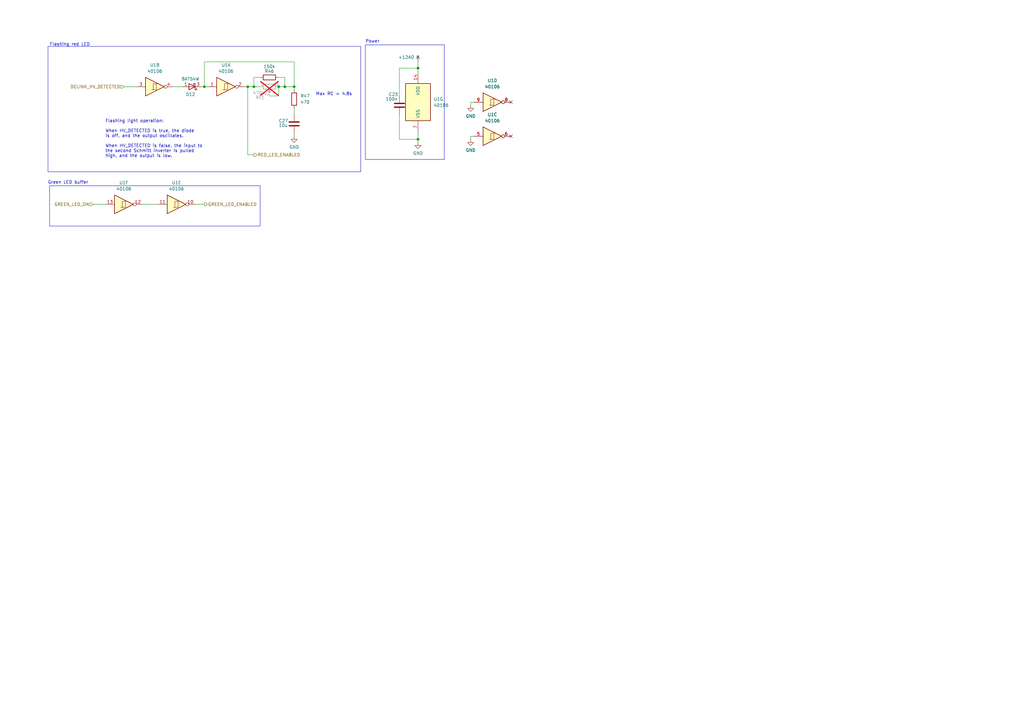
<source format=kicad_sch>
(kicad_sch (version 20231120) (generator "eeschema") (generator_version "8.0")
  (paper "A3")
  (title_block (title "HV Sense") (date "2023-05-11") (rev "1.1.1") (company "SUFST - Southampton University Formula Student Team") (comment 1 "STAG 9") (comment 3 "Marek Frodyma"))
  (lib_symbols
    (symbol "4xxx:40106" (pin_names (offset 1.016))
      (property "Reference" "U" (at 0 1.27 0))
      (property "Value" "40106" (at 0 -1.27 0))
      (symbol "40106_1_0"
        (polyline (pts (xy -0.635 -1.27) (xy -0.635 1.27) (xy 0.635 1.27)))
        (polyline (pts (xy -3.81 3.81) (xy -3.81 -3.81) (xy 3.81 0) (xy -3.81 3.81)) (stroke (width 0.254)) (fill (type background)))
        (polyline (pts (xy -1.27 -1.27) (xy 0.635 -1.27) (xy 0.635 1.27) (xy 1.27 1.27)))
        (pin input line (at -7.62 0 0) (length 3.81) (name "~") (number "1"))
        (pin output inverted (at 7.62 0 180) (length 3.81) (name "~") (number "2"))
      )
      (symbol "40106_2_0"
        (polyline (pts (xy -0.635 -1.27) (xy -0.635 1.27) (xy 0.635 1.27)))
        (polyline (pts (xy -3.81 3.81) (xy -3.81 -3.81) (xy 3.81 0) (xy -3.81 3.81)) (stroke (width 0.254)) (fill (type background)))
        (polyline (pts (xy -1.27 -1.27) (xy 0.635 -1.27) (xy 0.635 1.27) (xy 1.27 1.27)))
        (pin input line (at -7.62 0 0) (length 3.81) (name "~") (number "3"))
        (pin output inverted (at 7.62 0 180) (length 3.81) (name "~") (number "4"))
      )
      (symbol "40106_3_0"
        (polyline (pts (xy -0.635 -1.27) (xy -0.635 1.27) (xy 0.635 1.27)))
        (polyline (pts (xy -3.81 3.81) (xy -3.81 -3.81) (xy 3.81 0) (xy -3.81 3.81)) (stroke (width 0.254)) (fill (type background)))
        (polyline (pts (xy -1.27 -1.27) (xy 0.635 -1.27) (xy 0.635 1.27) (xy 1.27 1.27)))
        (pin input line (at -7.62 0 0) (length 3.81) (name "~") (number "5"))
        (pin output inverted (at 7.62 0 180) (length 3.81) (name "~") (number "6"))
      )
      (symbol "40106_4_0"
        (polyline (pts (xy -0.635 -1.27) (xy -0.635 1.27) (xy 0.635 1.27)))
        (polyline (pts (xy -3.81 3.81) (xy -3.81 -3.81) (xy 3.81 0) (xy -3.81 3.81)) (stroke (width 0.254)) (fill (type background)))
        (polyline (pts (xy -1.27 -1.27) (xy 0.635 -1.27) (xy 0.635 1.27) (xy 1.27 1.27)))
        (pin output inverted (at 7.62 0 180) (length 3.81) (name "~") (number "8"))
        (pin input line (at -7.62 0 0) (length 3.81) (name "~") (number "9"))
      )
      (symbol "40106_5_0"
        (polyline (pts (xy -0.635 -1.27) (xy -0.635 1.27) (xy 0.635 1.27)))
        (polyline (pts (xy -3.81 3.81) (xy -3.81 -3.81) (xy 3.81 0) (xy -3.81 3.81)) (stroke (width 0.254)) (fill (type background)))
        (polyline (pts (xy -1.27 -1.27) (xy 0.635 -1.27) (xy 0.635 1.27) (xy 1.27 1.27)))
        (pin output inverted (at 7.62 0 180) (length 3.81) (name "~") (number "10"))
        (pin input line (at -7.62 0 0) (length 3.81) (name "~") (number "11"))
      )
      (symbol "40106_6_0"
        (polyline (pts (xy -0.635 -1.27) (xy -0.635 1.27) (xy 0.635 1.27)))
        (polyline (pts (xy -3.81 3.81) (xy -3.81 -3.81) (xy 3.81 0) (xy -3.81 3.81)) (stroke (width 0.254)) (fill (type background)))
        (polyline (pts (xy -1.27 -1.27) (xy 0.635 -1.27) (xy 0.635 1.27) (xy 1.27 1.27)))
        (pin output inverted (at 7.62 0 180) (length 3.81) (name "~") (number "12"))
        (pin input line (at -7.62 0 0) (length 3.81) (name "~") (number "13"))
      )
      (symbol "40106_7_0"
        (pin power_in line (at 0 12.7 270) (length 5.08) (name "VDD") (number "14"))
        (pin power_in line (at 0 -12.7 90) (length 5.08) (name "VSS") (number "7"))
      )
      (symbol "40106_7_1"
        (rectangle (start -5.08 7.62) (end 5.08 -7.62) (stroke (width 0.254)) (fill (type background)))
      )
    )
    (symbol "Device:C" (pin_numbers hide) (pin_names (offset 0.254))
      (property "Reference" "C" (at 0.635 2.54 0))
      (property "Value" "C" (at 0.635 -2.54 0))
      (symbol "C_0_1"
        (polyline (pts (xy -2.032 -0.762) (xy 2.032 -0.762)) (stroke (width 0.508)))
        (polyline (pts (xy -2.032 0.762) (xy 2.032 0.762)) (stroke (width 0.508)))
      )
      (symbol "C_1_1"
        (pin passive line (at 0 3.81 270) (length 2.794) (name "~") (number "1"))
        (pin passive line (at 0 -3.81 90) (length 2.794) (name "~") (number "2"))
      )
    )
    (symbol "Device:R" (pin_numbers hide) (pin_names (offset 0))
      (property "Reference" "R" (at 2.032 0 90))
      (property "Value" "R" (at 0 0 90))
      (symbol "R_0_1"
        (rectangle (start -1.016 -2.54) (end 1.016 2.54) (stroke (width 0.254)))
      )
      (symbol "R_1_1"
        (pin passive line (at 0 3.81 270) (length 1.27) (name "~") (number "1"))
        (pin passive line (at 0 -3.81 90) (length 1.27) (name "~") (number "2"))
      )
    )
    (symbol "Device:R_Potentiometer" (pin_names (offset 1.016) hide)
      (property "Reference" "RV" (at -4.445 0 90))
      (property "Value" "R_Potentiometer" (at -2.54 0 90))
      (symbol "R_Potentiometer_0_1"
        (polyline (pts (xy 2.54 0) (xy 1.524 0)))
        (polyline (pts (xy 1.143 0) (xy 2.286 0.508) (xy 2.286 -0.508) (xy 1.143 0)) (fill (type outline)))
        (rectangle (start 1.016 2.54) (end -1.016 -2.54) (stroke (width 0.254)))
      )
      (symbol "R_Potentiometer_1_1"
        (pin passive line (at 0 3.81 270) (length 1.27) (name "1") (number "1"))
        (pin passive line (at 3.81 0 180) (length 1.27) (name "2") (number "2"))
        (pin passive line (at 0 -3.81 90) (length 1.27) (name "3") (number "3"))
      )
    )
    (symbol "Diode:BAT54W" (pin_names (offset 1.016) hide)
      (property "Reference" "D" (at 0 2.54 0))
      (property "Value" "BAT54W" (at 0 -2.54 0))
      (symbol "BAT54W_0_1"
        (polyline (pts (xy 1.27 0) (xy -1.27 0)))
        (polyline (pts (xy 1.27 1.27) (xy 1.27 -1.27) (xy -1.27 0) (xy 1.27 1.27)) (stroke (width 0.254)))
        (polyline (pts (xy -1.905 0.635) (xy -1.905 1.27) (xy -1.27 1.27) (xy -1.27 -1.27) (xy -0.635 -1.27) (xy -0.635 -0.635)) (stroke (width 0.254)))
      )
      (symbol "BAT54W_1_1"
        (pin passive line (at 3.81 0 180) (length 2.54) (name "A") (number "1"))
        (pin no_connect line (at 0 0 90) (length 2.54) hide (name "NC") (number "2"))
        (pin passive line (at -3.81 0 0) (length 2.54) (name "K") (number "3"))
      )
    )
    (symbol "power:+12V" (power) (pin_names (offset 0))
      (property "Value" "+12V" (at 0 3.556 0))
      (symbol "+12V_0_1"
        (polyline (pts (xy -0.762 1.27) (xy 0 2.54)))
        (polyline (pts (xy 0 0) (xy 0 2.54)))
        (polyline (pts (xy 0 2.54) (xy 0.762 1.27)))
      )
      (symbol "+12V_1_1"
        (pin power_in line (at 0 0 90) (length 0) hide (name "+12V") (number "1"))
      )
    )
    (symbol "power:GND" (power) (pin_names (offset 0))
      (property "Value" "GND" (at 0 -3.81 0))
      (symbol "GND_0_1"
        (polyline (pts (xy 0 0) (xy 0 -1.27) (xy 1.27 -1.27) (xy 0 -2.54) (xy -1.27 -1.27) (xy 0 -1.27)))
      )
      (symbol "GND_1_1"
        (pin power_in line (at 0 0 270) (length 0) hide (name "GND") (number "1"))
      )
    )
  )
  (junction (at 171.45 27.94))
  (junction (at 104.14 35.56))
  (junction (at 83.82 35.56))
  (junction (at 114.3 35.56))
  (junction (at 116.84 35.56))
  (junction (at 171.45 57.15))
  (junction (at 101.6 35.56))
  (junction (at 120.65 35.56))
  (no_connect (at 209.55 41.91))
  (no_connect (at 209.55 55.88))
  (wire (pts (xy 100.33 35.56) (xy 101.6 35.56)))
  (wire (pts (xy 82.55 35.56) (xy 83.82 35.56)))
  (wire (pts (xy 171.45 25.4) (xy 171.45 27.94)))
  (wire (pts (xy 114.3 35.56) (xy 116.84 35.56)))
  (wire (pts (xy 163.83 27.94) (xy 171.45 27.94)))
  (wire (pts (xy 83.82 25.4) (xy 83.82 35.56)))
  (wire (pts (xy 101.6 63.5) (xy 104.14 63.5)))
  (wire (pts (xy 120.65 35.56) (xy 120.65 25.4)))
  (wire (pts (xy 120.65 25.4) (xy 83.82 25.4)))
  (wire (pts (xy 120.65 35.56) (xy 120.65 36.83)))
  (wire (pts (xy 83.82 35.56) (xy 85.09 35.56)))
  (wire (pts (xy 114.3 31.75) (xy 116.84 31.75)))
  (wire (pts (xy 101.6 35.56) (xy 104.14 35.56)))
  (wire (pts (xy 163.83 46.99) (xy 163.83 57.15)))
  (wire (pts (xy 193.04 55.88) (xy 194.31 55.88)))
  (wire (pts (xy 193.04 55.88) (xy 193.04 57.15)))
  (wire (pts (xy 58.42 83.82) (xy 64.77 83.82)))
  (wire (pts (xy 104.14 31.75) (xy 104.14 35.56)))
  (wire (pts (xy 101.6 35.56) (xy 101.6 63.5)))
  (wire (pts (xy 163.83 39.37) (xy 163.83 27.94)))
  (wire (pts (xy 171.45 27.94) (xy 171.45 29.21)))
  (wire (pts (xy 106.68 31.75) (xy 104.14 31.75)))
  (wire (pts (xy 71.12 35.56) (xy 74.93 35.56)))
  (wire (pts (xy 193.04 41.91) (xy 194.31 41.91)))
  (wire (pts (xy 193.04 43.18) (xy 193.04 41.91)))
  (wire (pts (xy 171.45 57.15) (xy 171.45 58.42)))
  (wire (pts (xy 116.84 31.75) (xy 116.84 35.56)))
  (wire (pts (xy 104.14 35.56) (xy 106.68 35.56)))
  (wire (pts (xy 38.1 83.82) (xy 43.18 83.82)))
  (wire (pts (xy 80.01 83.82) (xy 83.82 83.82)))
  (wire (pts (xy 114.3 39.37) (xy 114.3 35.56)))
  (wire (pts (xy 120.65 44.45) (xy 120.65 46.99)))
  (wire (pts (xy 163.83 57.15) (xy 171.45 57.15)))
  (wire (pts (xy 116.84 35.56) (xy 120.65 35.56)))
  (wire (pts (xy 110.49 39.37) (xy 114.3 39.37)))
  (wire (pts (xy 50.8 35.56) (xy 55.88 35.56)))
  (wire (pts (xy 120.65 54.61) (xy 120.65 55.88)))
  (wire (pts (xy 171.45 57.15) (xy 171.45 54.61)))
  (rectangle (start 149.86 18.415) (end 182.245 65.405))
  (rectangle (start 19.685 19.05) (end 147.955 70.485))
  (rectangle (start 20.32 76.2) (end 106.68 92.71))
  (text "Power\n" (at 149.86 17.78 0) (effects (font (size 1.27 1.27)) (justify left bottom)))
  (text "Flashing red LED" (at 20.32 19.05 0) (effects (font (size 1.27 1.27)) (justify left bottom)))
  (text "Max RC = 4.8s" (at 129.54 39.37 0) (effects (font (size 1.27 1.27)) (justify left bottom)))
  (text "Flashing light operation:\n\nWhen HV_DETECTED is true, the diode \nis off, and the output oscillates.\n\nWhen HV_DETECTED is false, the input to\nthe second Schmitt inverter is pulled\nhigh, and the output is low." (at 43.18 64.77 0) (effects (font (size 1.27 1.27)) (justify left bottom)))
  (text "Green LED buffer\n" (at 27.94 74.93 0) (effects (font (size 1.27 1.27))))
  (hierarchical_label "DCLINK_HV_DETECTED" (shape input) (at 50.8 35.56 180))
  (hierarchical_label "GREEN_LED_ON" (shape input) (at 38.1 83.82 180))
  (hierarchical_label "RED_LED_ENABLED" (shape output) (at 104.14 63.5 0))
  (hierarchical_label "GREEN_LED_ENABLED" (shape output) (at 83.82 83.82 0))
  (symbol (lib_id "Device:R_Potentiometer") (at 110.49 35.56 90) (mirror x) (unit 1) (in_bom no) (dnp yes)
    (property "Reference" "RV1" (at 106.68 40.005 90))
    (property "Value" "470k" (at 106.045 38.1 90))
    (property "Footprint" "Potentiometer_THT:Potentiometer_Bourns_3296W_Vertical" (effects (hide yes)))
  )
  (symbol (lib_id "4xxx:40106") (at 201.93 55.88 0) (unit 3)
    (property "Reference" "U1" (at 201.93 46.99 0))
    (property "Value" "40106" (at 201.93 49.53 0))
    (property "Footprint" "Package_SO:SOIC-14_3.9x8.7mm_P1.27mm" (effects (hide yes)))
    (property "Datasheet" "https://assets.nexperia.com/documents/data-sheet/HEF40106B.pdf" (effects (hide yes)))
    (property "Description" "Hex Schmitt trigger inverter" (effects (hide yes)))
  )
  (symbol (lib_id "4xxx:40106") (at 72.39 83.82 0) (unit 5)
    (property "Reference" "U1" (at 72.39 74.93 0))
    (property "Value" "40106" (at 72.39 77.47 0))
    (property "Footprint" "Package_SO:SOIC-14_3.9x8.7mm_P1.27mm" (effects (hide yes)))
    (property "Datasheet" "https://assets.nexperia.com/documents/data-sheet/HEF40106B.pdf" (effects (hide yes)))
    (property "Description" "Hex Schmitt trigger inverter" (effects (hide yes)))
  )
  (symbol (lib_id "4xxx:40106") (at 50.8 83.82 0) (unit 6)
    (property "Reference" "U1" (at 50.8 74.93 0))
    (property "Value" "40106" (at 50.8 77.47 0))
    (property "Footprint" "Package_SO:SOIC-14_3.9x8.7mm_P1.27mm" (effects (hide yes)))
    (property "Datasheet" "https://assets.nexperia.com/documents/data-sheet/HEF40106B.pdf" (effects (hide yes)))
    (property "Description" "Hex Schmitt trigger inverter" (effects (hide yes)))
  )
  (symbol (lib_id "Device:C") (at 163.83 43.18 0) (unit 1)
    (property "Reference" "C23" (at 159.385 38.735 0) (effects (justify left)))
    (property "Value" "100n" (at 158.115 40.64 0) (effects (justify left)))
    (property "Footprint" "Capacitor_SMD:C_0805_2012Metric_Pad1.18x1.45mm_HandSolder" (effects (hide yes)))
    (instances (project "tsal-latching-integrated" (path "" (reference "C23") (unit 1))) (project "tsal" (path "" (reference "C3") (unit 1))))
  )
  (symbol (lib_id "power:GND") (at 171.45 58.42 0) (unit 1)
    (property "Reference" "#PWR0117" (effects (hide yes)))
    (property "Value" "GND" (at 171.45 62.865 0))
    (instances (project "tsal-latching-integrated" (path "" (reference "#PWR0117") (unit 1))) (project "tsal" (path "" (reference "#PWR015") (unit 1))))
  )
  (symbol (lib_id "Device:C") (at 120.65 50.8 0) (unit 1)
    (property "Reference" "C27" (at 114.3 49.53 0) (effects (justify left)))
    (property "Value" "10u" (at 114.3 51.435 0) (effects (justify left)))
    (property "Footprint" "Capacitor_SMD:C_0805_2012Metric_Pad1.18x1.45mm_HandSolder" (effects (hide yes)))
    (instances (project "tsal-latching-integrated" (path "" (reference "C27") (unit 1))) (project "tsal" (path "" (reference "C8") (unit 1))))
  )
  (symbol (lib_id "Device:R") (at 110.49 31.75 270) (mirror x) (unit 1)
    (property "Reference" "R46" (at 110.49 29.21 90))
    (property "Value" "150k" (at 110.49 27.305 90))
    (property "Footprint" "Resistor_SMD:R_0805_2012Metric_Pad1.20x1.40mm_HandSolder" (effects (hide yes)))
    (instances (project "tsal-latching-integrated" (path "" (reference "R46") (unit 1))) (project "tsal" (path "" (reference "R38") (unit 1))))
  )
  (symbol (lib_id "4xxx:40106") (at 201.93 41.91 0) (unit 4)
    (property "Reference" "U1" (at 201.93 33.02 0))
    (property "Value" "40106" (at 201.93 35.56 0))
    (property "Footprint" "Package_SO:SOIC-14_3.9x8.7mm_P1.27mm" (effects (hide yes)))
    (property "Datasheet" "https://assets.nexperia.com/documents/data-sheet/HEF40106B.pdf" (effects (hide yes)))
    (property "Description" "Hex Schmitt trigger inverter" (effects (hide yes)))
  )
  (symbol (lib_id "Device:R") (at 120.65 40.64 180) (unit 1)
    (property "Reference" "R47" (at 123.19 39.3699 0) (effects (justify right)))
    (property "Value" "470" (at 123.19 41.9099 0) (effects (justify right)))
    (property "Footprint" "Resistor_SMD:R_0805_2012Metric_Pad1.20x1.40mm_HandSolder" (effects (hide yes)))
    (instances (project "tsal-latching-integrated" (path "" (reference "R47") (unit 1))) (project "tsal" (path "" (reference "R18") (unit 1))))
  )
  (symbol (lib_id "power:GND") (at 120.65 55.88 0) (unit 1)
    (property "Reference" "#PWR0123" (effects (hide yes)))
    (property "Value" "GND" (at 120.65 60.325 0))
    (instances (project "tsal-latching-integrated" (path "" (reference "#PWR0123") (unit 1))) (project "tsal" (path "" (reference "#PWR032") (unit 1))))
  )
  (symbol (lib_id "4xxx:40106") (at 92.71 35.56 0) (unit 1)
    (property "Reference" "U1" (at 92.71 26.67 0))
    (property "Value" "40106" (at 92.71 29.21 0))
    (property "Footprint" "Package_SO:SOIC-14_3.9x8.7mm_P1.27mm" (effects (hide yes)))
    (property "Datasheet" "https://assets.nexperia.com/documents/data-sheet/HEF40106B.pdf" (effects (hide yes)))
    (property "Description" "Hex Schmitt trigger inverter" (effects (hide yes)))
  )
  (symbol (lib_id "Diode:BAT54W") (at 78.74 35.56 180) (unit 1)
    (property "Reference" "D12" (at 78.105 38.735 0))
    (property "Value" "BAT54W" (at 78.105 32.385 0))
    (property "Footprint" "Package_TO_SOT_SMD:SOT-323_SC-70" (effects (hide yes)))
    (property "Datasheet" "https://assets.nexperia.com/documents/data-sheet/BAT54W_SER.pdf" (effects (hide yes)))
    (property "Order Code" "771-BAT54W-T/R" (effects (hide yes)))
    (instances (project "tsal-latching-integrated" (path "" (reference "D12") (unit 1))) (project "tsal" (path "" (reference "D5") (unit 1))))
  )
  (symbol (lib_id "power:GND") (at 193.04 43.18 0) (unit 1)
    (property "Reference" "#PWR040" (effects (hide yes)))
    (property "Value" "GND" (at 193.04 47.625 0))
  )
  (symbol (lib_id "4xxx:40106") (at 171.45 41.91 0) (unit 7)
    (property "Reference" "U1" (at 177.8 40.6399 0) (effects (justify left)))
    (property "Value" "40106" (at 177.8 43.1799 0) (effects (justify left)))
    (property "Footprint" "Package_SO:SOIC-14_3.9x8.7mm_P1.27mm" (effects (hide yes)))
    (property "Datasheet" "https://assets.nexperia.com/documents/data-sheet/HEF40106B.pdf" (effects (hide yes)))
    (property "Description" "Hex Schmitt trigger inverter" (effects (hide yes)))
  )
  (symbol (lib_id "power:GND") (at 193.04 57.15 0) (unit 1)
    (property "Reference" "#PWR039" (effects (hide yes)))
    (property "Value" "GND" (at 193.04 61.595 0))
  )
  (symbol (lib_id "power:+12V") (at 171.45 25.4 0) (unit 1)
    (property "Reference" "#PWR0120" (effects (hide yes)))
    (property "Value" "+12AO V" (at 167.64 23.495 0))
    (instances (project "tsal-latching-integrated" (path "" (reference "#PWR0120") (unit 1))) (project "tsal" (path "" (reference "#PWR014") (unit 1))))
  )
  (symbol (lib_id "4xxx:40106") (at 63.5 35.56 0) (unit 2)
    (property "Reference" "U1" (at 63.5 26.67 0))
    (property "Value" "40106" (at 63.5 29.21 0))
    (property "Footprint" "Package_SO:SOIC-14_3.9x8.7mm_P1.27mm" (effects (hide yes)))
    (property "Datasheet" "https://assets.nexperia.com/documents/data-sheet/HEF40106B.pdf" (effects (hide yes)))
    (property "Description" "Hex Schmitt trigger inverter" (effects (hide yes)))
  )
)
</source>
